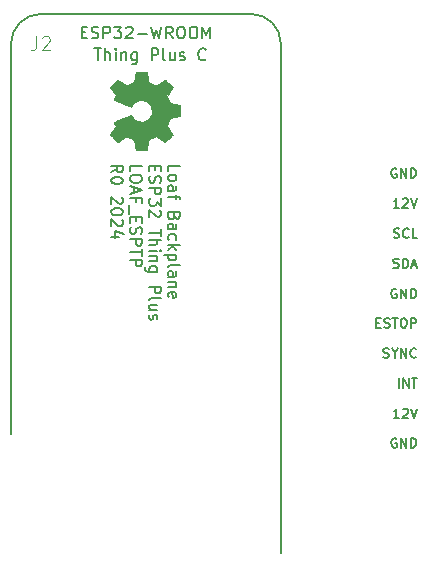
<source format=gbr>
%TF.GenerationSoftware,KiCad,Pcbnew,7.0.9*%
%TF.CreationDate,2024-07-24T20:02:15-04:00*%
%TF.ProjectId,BREAD_Loaf,42524541-445f-44c6-9f61-662e6b696361,rev?*%
%TF.SameCoordinates,PX2fdfdc0PY36746e0*%
%TF.FileFunction,Legend,Top*%
%TF.FilePolarity,Positive*%
%FSLAX46Y46*%
G04 Gerber Fmt 4.6, Leading zero omitted, Abs format (unit mm)*
G04 Created by KiCad (PCBNEW 7.0.9) date 2024-07-24 20:02:15*
%MOMM*%
%LPD*%
G01*
G04 APERTURE LIST*
%ADD10C,0.150000*%
%ADD11C,0.101600*%
%ADD12C,0.010000*%
%ADD13C,0.127000*%
G04 APERTURE END LIST*
D10*
X34158458Y-42443247D02*
X34425124Y-42443247D01*
X34539410Y-42862295D02*
X34158458Y-42862295D01*
X34158458Y-42862295D02*
X34158458Y-42062295D01*
X34158458Y-42062295D02*
X34539410Y-42062295D01*
X34844172Y-42824200D02*
X34958458Y-42862295D01*
X34958458Y-42862295D02*
X35148934Y-42862295D01*
X35148934Y-42862295D02*
X35225125Y-42824200D01*
X35225125Y-42824200D02*
X35263220Y-42786104D01*
X35263220Y-42786104D02*
X35301315Y-42709914D01*
X35301315Y-42709914D02*
X35301315Y-42633723D01*
X35301315Y-42633723D02*
X35263220Y-42557533D01*
X35263220Y-42557533D02*
X35225125Y-42519438D01*
X35225125Y-42519438D02*
X35148934Y-42481342D01*
X35148934Y-42481342D02*
X34996553Y-42443247D01*
X34996553Y-42443247D02*
X34920363Y-42405152D01*
X34920363Y-42405152D02*
X34882268Y-42367057D01*
X34882268Y-42367057D02*
X34844172Y-42290866D01*
X34844172Y-42290866D02*
X34844172Y-42214676D01*
X34844172Y-42214676D02*
X34882268Y-42138485D01*
X34882268Y-42138485D02*
X34920363Y-42100390D01*
X34920363Y-42100390D02*
X34996553Y-42062295D01*
X34996553Y-42062295D02*
X35187030Y-42062295D01*
X35187030Y-42062295D02*
X35301315Y-42100390D01*
X35529887Y-42062295D02*
X35987030Y-42062295D01*
X35758458Y-42862295D02*
X35758458Y-42062295D01*
X36406078Y-42062295D02*
X36558459Y-42062295D01*
X36558459Y-42062295D02*
X36634649Y-42100390D01*
X36634649Y-42100390D02*
X36710840Y-42176580D01*
X36710840Y-42176580D02*
X36748935Y-42328961D01*
X36748935Y-42328961D02*
X36748935Y-42595628D01*
X36748935Y-42595628D02*
X36710840Y-42748009D01*
X36710840Y-42748009D02*
X36634649Y-42824200D01*
X36634649Y-42824200D02*
X36558459Y-42862295D01*
X36558459Y-42862295D02*
X36406078Y-42862295D01*
X36406078Y-42862295D02*
X36329887Y-42824200D01*
X36329887Y-42824200D02*
X36253697Y-42748009D01*
X36253697Y-42748009D02*
X36215601Y-42595628D01*
X36215601Y-42595628D02*
X36215601Y-42328961D01*
X36215601Y-42328961D02*
X36253697Y-42176580D01*
X36253697Y-42176580D02*
X36329887Y-42100390D01*
X36329887Y-42100390D02*
X36406078Y-42062295D01*
X37091792Y-42862295D02*
X37091792Y-42062295D01*
X37091792Y-42062295D02*
X37396554Y-42062295D01*
X37396554Y-42062295D02*
X37472744Y-42100390D01*
X37472744Y-42100390D02*
X37510839Y-42138485D01*
X37510839Y-42138485D02*
X37548935Y-42214676D01*
X37548935Y-42214676D02*
X37548935Y-42328961D01*
X37548935Y-42328961D02*
X37510839Y-42405152D01*
X37510839Y-42405152D02*
X37472744Y-42443247D01*
X37472744Y-42443247D02*
X37396554Y-42481342D01*
X37396554Y-42481342D02*
X37091792Y-42481342D01*
X36101315Y-50512295D02*
X35644172Y-50512295D01*
X35872744Y-50512295D02*
X35872744Y-49712295D01*
X35872744Y-49712295D02*
X35796553Y-49826580D01*
X35796553Y-49826580D02*
X35720363Y-49902771D01*
X35720363Y-49902771D02*
X35644172Y-49940866D01*
X36406077Y-49788485D02*
X36444173Y-49750390D01*
X36444173Y-49750390D02*
X36520363Y-49712295D01*
X36520363Y-49712295D02*
X36710839Y-49712295D01*
X36710839Y-49712295D02*
X36787030Y-49750390D01*
X36787030Y-49750390D02*
X36825125Y-49788485D01*
X36825125Y-49788485D02*
X36863220Y-49864676D01*
X36863220Y-49864676D02*
X36863220Y-49940866D01*
X36863220Y-49940866D02*
X36825125Y-50055152D01*
X36825125Y-50055152D02*
X36367982Y-50512295D01*
X36367982Y-50512295D02*
X36863220Y-50512295D01*
X37091792Y-49712295D02*
X37358459Y-50512295D01*
X37358459Y-50512295D02*
X37625125Y-49712295D01*
X36101315Y-32712295D02*
X35644172Y-32712295D01*
X35872744Y-32712295D02*
X35872744Y-31912295D01*
X35872744Y-31912295D02*
X35796553Y-32026580D01*
X35796553Y-32026580D02*
X35720363Y-32102771D01*
X35720363Y-32102771D02*
X35644172Y-32140866D01*
X36406077Y-31988485D02*
X36444173Y-31950390D01*
X36444173Y-31950390D02*
X36520363Y-31912295D01*
X36520363Y-31912295D02*
X36710839Y-31912295D01*
X36710839Y-31912295D02*
X36787030Y-31950390D01*
X36787030Y-31950390D02*
X36825125Y-31988485D01*
X36825125Y-31988485D02*
X36863220Y-32064676D01*
X36863220Y-32064676D02*
X36863220Y-32140866D01*
X36863220Y-32140866D02*
X36825125Y-32255152D01*
X36825125Y-32255152D02*
X36367982Y-32712295D01*
X36367982Y-32712295D02*
X36863220Y-32712295D01*
X37091792Y-31912295D02*
X37358459Y-32712295D01*
X37358459Y-32712295D02*
X37625125Y-31912295D01*
X34767982Y-45374200D02*
X34882268Y-45412295D01*
X34882268Y-45412295D02*
X35072744Y-45412295D01*
X35072744Y-45412295D02*
X35148935Y-45374200D01*
X35148935Y-45374200D02*
X35187030Y-45336104D01*
X35187030Y-45336104D02*
X35225125Y-45259914D01*
X35225125Y-45259914D02*
X35225125Y-45183723D01*
X35225125Y-45183723D02*
X35187030Y-45107533D01*
X35187030Y-45107533D02*
X35148935Y-45069438D01*
X35148935Y-45069438D02*
X35072744Y-45031342D01*
X35072744Y-45031342D02*
X34920363Y-44993247D01*
X34920363Y-44993247D02*
X34844173Y-44955152D01*
X34844173Y-44955152D02*
X34806078Y-44917057D01*
X34806078Y-44917057D02*
X34767982Y-44840866D01*
X34767982Y-44840866D02*
X34767982Y-44764676D01*
X34767982Y-44764676D02*
X34806078Y-44688485D01*
X34806078Y-44688485D02*
X34844173Y-44650390D01*
X34844173Y-44650390D02*
X34920363Y-44612295D01*
X34920363Y-44612295D02*
X35110840Y-44612295D01*
X35110840Y-44612295D02*
X35225125Y-44650390D01*
X35720364Y-45031342D02*
X35720364Y-45412295D01*
X35453697Y-44612295D02*
X35720364Y-45031342D01*
X35720364Y-45031342D02*
X35987030Y-44612295D01*
X36253697Y-45412295D02*
X36253697Y-44612295D01*
X36253697Y-44612295D02*
X36710840Y-45412295D01*
X36710840Y-45412295D02*
X36710840Y-44612295D01*
X37548935Y-45336104D02*
X37510839Y-45374200D01*
X37510839Y-45374200D02*
X37396554Y-45412295D01*
X37396554Y-45412295D02*
X37320363Y-45412295D01*
X37320363Y-45412295D02*
X37206077Y-45374200D01*
X37206077Y-45374200D02*
X37129887Y-45298009D01*
X37129887Y-45298009D02*
X37091792Y-45221819D01*
X37091792Y-45221819D02*
X37053696Y-45069438D01*
X37053696Y-45069438D02*
X37053696Y-44955152D01*
X37053696Y-44955152D02*
X37091792Y-44802771D01*
X37091792Y-44802771D02*
X37129887Y-44726580D01*
X37129887Y-44726580D02*
X37206077Y-44650390D01*
X37206077Y-44650390D02*
X37320363Y-44612295D01*
X37320363Y-44612295D02*
X37396554Y-44612295D01*
X37396554Y-44612295D02*
X37510839Y-44650390D01*
X37510839Y-44650390D02*
X37548935Y-44688485D01*
X35872744Y-52250390D02*
X35796554Y-52212295D01*
X35796554Y-52212295D02*
X35682268Y-52212295D01*
X35682268Y-52212295D02*
X35567982Y-52250390D01*
X35567982Y-52250390D02*
X35491792Y-52326580D01*
X35491792Y-52326580D02*
X35453697Y-52402771D01*
X35453697Y-52402771D02*
X35415601Y-52555152D01*
X35415601Y-52555152D02*
X35415601Y-52669438D01*
X35415601Y-52669438D02*
X35453697Y-52821819D01*
X35453697Y-52821819D02*
X35491792Y-52898009D01*
X35491792Y-52898009D02*
X35567982Y-52974200D01*
X35567982Y-52974200D02*
X35682268Y-53012295D01*
X35682268Y-53012295D02*
X35758459Y-53012295D01*
X35758459Y-53012295D02*
X35872744Y-52974200D01*
X35872744Y-52974200D02*
X35910840Y-52936104D01*
X35910840Y-52936104D02*
X35910840Y-52669438D01*
X35910840Y-52669438D02*
X35758459Y-52669438D01*
X36253697Y-53012295D02*
X36253697Y-52212295D01*
X36253697Y-52212295D02*
X36710840Y-53012295D01*
X36710840Y-53012295D02*
X36710840Y-52212295D01*
X37091792Y-53012295D02*
X37091792Y-52212295D01*
X37091792Y-52212295D02*
X37282268Y-52212295D01*
X37282268Y-52212295D02*
X37396554Y-52250390D01*
X37396554Y-52250390D02*
X37472744Y-52326580D01*
X37472744Y-52326580D02*
X37510839Y-52402771D01*
X37510839Y-52402771D02*
X37548935Y-52555152D01*
X37548935Y-52555152D02*
X37548935Y-52669438D01*
X37548935Y-52669438D02*
X37510839Y-52821819D01*
X37510839Y-52821819D02*
X37472744Y-52898009D01*
X37472744Y-52898009D02*
X37396554Y-52974200D01*
X37396554Y-52974200D02*
X37282268Y-53012295D01*
X37282268Y-53012295D02*
X37091792Y-53012295D01*
X16546930Y-29628444D02*
X16546930Y-29152254D01*
X16546930Y-29152254D02*
X17546930Y-29152254D01*
X16546930Y-30104635D02*
X16594550Y-30009397D01*
X16594550Y-30009397D02*
X16642169Y-29961778D01*
X16642169Y-29961778D02*
X16737407Y-29914159D01*
X16737407Y-29914159D02*
X17023121Y-29914159D01*
X17023121Y-29914159D02*
X17118359Y-29961778D01*
X17118359Y-29961778D02*
X17165978Y-30009397D01*
X17165978Y-30009397D02*
X17213597Y-30104635D01*
X17213597Y-30104635D02*
X17213597Y-30247492D01*
X17213597Y-30247492D02*
X17165978Y-30342730D01*
X17165978Y-30342730D02*
X17118359Y-30390349D01*
X17118359Y-30390349D02*
X17023121Y-30437968D01*
X17023121Y-30437968D02*
X16737407Y-30437968D01*
X16737407Y-30437968D02*
X16642169Y-30390349D01*
X16642169Y-30390349D02*
X16594550Y-30342730D01*
X16594550Y-30342730D02*
X16546930Y-30247492D01*
X16546930Y-30247492D02*
X16546930Y-30104635D01*
X16546930Y-31295111D02*
X17070740Y-31295111D01*
X17070740Y-31295111D02*
X17165978Y-31247492D01*
X17165978Y-31247492D02*
X17213597Y-31152254D01*
X17213597Y-31152254D02*
X17213597Y-30961778D01*
X17213597Y-30961778D02*
X17165978Y-30866540D01*
X16594550Y-31295111D02*
X16546930Y-31199873D01*
X16546930Y-31199873D02*
X16546930Y-30961778D01*
X16546930Y-30961778D02*
X16594550Y-30866540D01*
X16594550Y-30866540D02*
X16689788Y-30818921D01*
X16689788Y-30818921D02*
X16785026Y-30818921D01*
X16785026Y-30818921D02*
X16880264Y-30866540D01*
X16880264Y-30866540D02*
X16927883Y-30961778D01*
X16927883Y-30961778D02*
X16927883Y-31199873D01*
X16927883Y-31199873D02*
X16975502Y-31295111D01*
X17213597Y-31628445D02*
X17213597Y-32009397D01*
X16546930Y-31771302D02*
X17404073Y-31771302D01*
X17404073Y-31771302D02*
X17499311Y-31818921D01*
X17499311Y-31818921D02*
X17546930Y-31914159D01*
X17546930Y-31914159D02*
X17546930Y-32009397D01*
X17070740Y-33437969D02*
X17023121Y-33580826D01*
X17023121Y-33580826D02*
X16975502Y-33628445D01*
X16975502Y-33628445D02*
X16880264Y-33676064D01*
X16880264Y-33676064D02*
X16737407Y-33676064D01*
X16737407Y-33676064D02*
X16642169Y-33628445D01*
X16642169Y-33628445D02*
X16594550Y-33580826D01*
X16594550Y-33580826D02*
X16546930Y-33485588D01*
X16546930Y-33485588D02*
X16546930Y-33104636D01*
X16546930Y-33104636D02*
X17546930Y-33104636D01*
X17546930Y-33104636D02*
X17546930Y-33437969D01*
X17546930Y-33437969D02*
X17499311Y-33533207D01*
X17499311Y-33533207D02*
X17451692Y-33580826D01*
X17451692Y-33580826D02*
X17356454Y-33628445D01*
X17356454Y-33628445D02*
X17261216Y-33628445D01*
X17261216Y-33628445D02*
X17165978Y-33580826D01*
X17165978Y-33580826D02*
X17118359Y-33533207D01*
X17118359Y-33533207D02*
X17070740Y-33437969D01*
X17070740Y-33437969D02*
X17070740Y-33104636D01*
X16546930Y-34533207D02*
X17070740Y-34533207D01*
X17070740Y-34533207D02*
X17165978Y-34485588D01*
X17165978Y-34485588D02*
X17213597Y-34390350D01*
X17213597Y-34390350D02*
X17213597Y-34199874D01*
X17213597Y-34199874D02*
X17165978Y-34104636D01*
X16594550Y-34533207D02*
X16546930Y-34437969D01*
X16546930Y-34437969D02*
X16546930Y-34199874D01*
X16546930Y-34199874D02*
X16594550Y-34104636D01*
X16594550Y-34104636D02*
X16689788Y-34057017D01*
X16689788Y-34057017D02*
X16785026Y-34057017D01*
X16785026Y-34057017D02*
X16880264Y-34104636D01*
X16880264Y-34104636D02*
X16927883Y-34199874D01*
X16927883Y-34199874D02*
X16927883Y-34437969D01*
X16927883Y-34437969D02*
X16975502Y-34533207D01*
X16594550Y-35437969D02*
X16546930Y-35342731D01*
X16546930Y-35342731D02*
X16546930Y-35152255D01*
X16546930Y-35152255D02*
X16594550Y-35057017D01*
X16594550Y-35057017D02*
X16642169Y-35009398D01*
X16642169Y-35009398D02*
X16737407Y-34961779D01*
X16737407Y-34961779D02*
X17023121Y-34961779D01*
X17023121Y-34961779D02*
X17118359Y-35009398D01*
X17118359Y-35009398D02*
X17165978Y-35057017D01*
X17165978Y-35057017D02*
X17213597Y-35152255D01*
X17213597Y-35152255D02*
X17213597Y-35342731D01*
X17213597Y-35342731D02*
X17165978Y-35437969D01*
X16546930Y-35866541D02*
X17546930Y-35866541D01*
X16927883Y-35961779D02*
X16546930Y-36247493D01*
X17213597Y-36247493D02*
X16832645Y-35866541D01*
X17213597Y-36676065D02*
X16213597Y-36676065D01*
X17165978Y-36676065D02*
X17213597Y-36771303D01*
X17213597Y-36771303D02*
X17213597Y-36961779D01*
X17213597Y-36961779D02*
X17165978Y-37057017D01*
X17165978Y-37057017D02*
X17118359Y-37104636D01*
X17118359Y-37104636D02*
X17023121Y-37152255D01*
X17023121Y-37152255D02*
X16737407Y-37152255D01*
X16737407Y-37152255D02*
X16642169Y-37104636D01*
X16642169Y-37104636D02*
X16594550Y-37057017D01*
X16594550Y-37057017D02*
X16546930Y-36961779D01*
X16546930Y-36961779D02*
X16546930Y-36771303D01*
X16546930Y-36771303D02*
X16594550Y-36676065D01*
X16546930Y-37723684D02*
X16594550Y-37628446D01*
X16594550Y-37628446D02*
X16689788Y-37580827D01*
X16689788Y-37580827D02*
X17546930Y-37580827D01*
X16546930Y-38533208D02*
X17070740Y-38533208D01*
X17070740Y-38533208D02*
X17165978Y-38485589D01*
X17165978Y-38485589D02*
X17213597Y-38390351D01*
X17213597Y-38390351D02*
X17213597Y-38199875D01*
X17213597Y-38199875D02*
X17165978Y-38104637D01*
X16594550Y-38533208D02*
X16546930Y-38437970D01*
X16546930Y-38437970D02*
X16546930Y-38199875D01*
X16546930Y-38199875D02*
X16594550Y-38104637D01*
X16594550Y-38104637D02*
X16689788Y-38057018D01*
X16689788Y-38057018D02*
X16785026Y-38057018D01*
X16785026Y-38057018D02*
X16880264Y-38104637D01*
X16880264Y-38104637D02*
X16927883Y-38199875D01*
X16927883Y-38199875D02*
X16927883Y-38437970D01*
X16927883Y-38437970D02*
X16975502Y-38533208D01*
X17213597Y-39009399D02*
X16546930Y-39009399D01*
X17118359Y-39009399D02*
X17165978Y-39057018D01*
X17165978Y-39057018D02*
X17213597Y-39152256D01*
X17213597Y-39152256D02*
X17213597Y-39295113D01*
X17213597Y-39295113D02*
X17165978Y-39390351D01*
X17165978Y-39390351D02*
X17070740Y-39437970D01*
X17070740Y-39437970D02*
X16546930Y-39437970D01*
X16594550Y-40295113D02*
X16546930Y-40199875D01*
X16546930Y-40199875D02*
X16546930Y-40009399D01*
X16546930Y-40009399D02*
X16594550Y-39914161D01*
X16594550Y-39914161D02*
X16689788Y-39866542D01*
X16689788Y-39866542D02*
X17070740Y-39866542D01*
X17070740Y-39866542D02*
X17165978Y-39914161D01*
X17165978Y-39914161D02*
X17213597Y-40009399D01*
X17213597Y-40009399D02*
X17213597Y-40199875D01*
X17213597Y-40199875D02*
X17165978Y-40295113D01*
X17165978Y-40295113D02*
X17070740Y-40342732D01*
X17070740Y-40342732D02*
X16975502Y-40342732D01*
X16975502Y-40342732D02*
X16880264Y-39866542D01*
X15460740Y-29152254D02*
X15460740Y-29485587D01*
X14936930Y-29628444D02*
X14936930Y-29152254D01*
X14936930Y-29152254D02*
X15936930Y-29152254D01*
X15936930Y-29152254D02*
X15936930Y-29628444D01*
X14984550Y-30009397D02*
X14936930Y-30152254D01*
X14936930Y-30152254D02*
X14936930Y-30390349D01*
X14936930Y-30390349D02*
X14984550Y-30485587D01*
X14984550Y-30485587D02*
X15032169Y-30533206D01*
X15032169Y-30533206D02*
X15127407Y-30580825D01*
X15127407Y-30580825D02*
X15222645Y-30580825D01*
X15222645Y-30580825D02*
X15317883Y-30533206D01*
X15317883Y-30533206D02*
X15365502Y-30485587D01*
X15365502Y-30485587D02*
X15413121Y-30390349D01*
X15413121Y-30390349D02*
X15460740Y-30199873D01*
X15460740Y-30199873D02*
X15508359Y-30104635D01*
X15508359Y-30104635D02*
X15555978Y-30057016D01*
X15555978Y-30057016D02*
X15651216Y-30009397D01*
X15651216Y-30009397D02*
X15746454Y-30009397D01*
X15746454Y-30009397D02*
X15841692Y-30057016D01*
X15841692Y-30057016D02*
X15889311Y-30104635D01*
X15889311Y-30104635D02*
X15936930Y-30199873D01*
X15936930Y-30199873D02*
X15936930Y-30437968D01*
X15936930Y-30437968D02*
X15889311Y-30580825D01*
X14936930Y-31009397D02*
X15936930Y-31009397D01*
X15936930Y-31009397D02*
X15936930Y-31390349D01*
X15936930Y-31390349D02*
X15889311Y-31485587D01*
X15889311Y-31485587D02*
X15841692Y-31533206D01*
X15841692Y-31533206D02*
X15746454Y-31580825D01*
X15746454Y-31580825D02*
X15603597Y-31580825D01*
X15603597Y-31580825D02*
X15508359Y-31533206D01*
X15508359Y-31533206D02*
X15460740Y-31485587D01*
X15460740Y-31485587D02*
X15413121Y-31390349D01*
X15413121Y-31390349D02*
X15413121Y-31009397D01*
X15936930Y-31914159D02*
X15936930Y-32533206D01*
X15936930Y-32533206D02*
X15555978Y-32199873D01*
X15555978Y-32199873D02*
X15555978Y-32342730D01*
X15555978Y-32342730D02*
X15508359Y-32437968D01*
X15508359Y-32437968D02*
X15460740Y-32485587D01*
X15460740Y-32485587D02*
X15365502Y-32533206D01*
X15365502Y-32533206D02*
X15127407Y-32533206D01*
X15127407Y-32533206D02*
X15032169Y-32485587D01*
X15032169Y-32485587D02*
X14984550Y-32437968D01*
X14984550Y-32437968D02*
X14936930Y-32342730D01*
X14936930Y-32342730D02*
X14936930Y-32057016D01*
X14936930Y-32057016D02*
X14984550Y-31961778D01*
X14984550Y-31961778D02*
X15032169Y-31914159D01*
X15841692Y-32914159D02*
X15889311Y-32961778D01*
X15889311Y-32961778D02*
X15936930Y-33057016D01*
X15936930Y-33057016D02*
X15936930Y-33295111D01*
X15936930Y-33295111D02*
X15889311Y-33390349D01*
X15889311Y-33390349D02*
X15841692Y-33437968D01*
X15841692Y-33437968D02*
X15746454Y-33485587D01*
X15746454Y-33485587D02*
X15651216Y-33485587D01*
X15651216Y-33485587D02*
X15508359Y-33437968D01*
X15508359Y-33437968D02*
X14936930Y-32866540D01*
X14936930Y-32866540D02*
X14936930Y-33485587D01*
X15936930Y-34533207D02*
X15936930Y-35104635D01*
X14936930Y-34818921D02*
X15936930Y-34818921D01*
X14936930Y-35437969D02*
X15936930Y-35437969D01*
X14936930Y-35866540D02*
X15460740Y-35866540D01*
X15460740Y-35866540D02*
X15555978Y-35818921D01*
X15555978Y-35818921D02*
X15603597Y-35723683D01*
X15603597Y-35723683D02*
X15603597Y-35580826D01*
X15603597Y-35580826D02*
X15555978Y-35485588D01*
X15555978Y-35485588D02*
X15508359Y-35437969D01*
X14936930Y-36342731D02*
X15603597Y-36342731D01*
X15936930Y-36342731D02*
X15889311Y-36295112D01*
X15889311Y-36295112D02*
X15841692Y-36342731D01*
X15841692Y-36342731D02*
X15889311Y-36390350D01*
X15889311Y-36390350D02*
X15936930Y-36342731D01*
X15936930Y-36342731D02*
X15841692Y-36342731D01*
X15603597Y-36818921D02*
X14936930Y-36818921D01*
X15508359Y-36818921D02*
X15555978Y-36866540D01*
X15555978Y-36866540D02*
X15603597Y-36961778D01*
X15603597Y-36961778D02*
X15603597Y-37104635D01*
X15603597Y-37104635D02*
X15555978Y-37199873D01*
X15555978Y-37199873D02*
X15460740Y-37247492D01*
X15460740Y-37247492D02*
X14936930Y-37247492D01*
X15603597Y-38152254D02*
X14794073Y-38152254D01*
X14794073Y-38152254D02*
X14698835Y-38104635D01*
X14698835Y-38104635D02*
X14651216Y-38057016D01*
X14651216Y-38057016D02*
X14603597Y-37961778D01*
X14603597Y-37961778D02*
X14603597Y-37818921D01*
X14603597Y-37818921D02*
X14651216Y-37723683D01*
X14984550Y-38152254D02*
X14936930Y-38057016D01*
X14936930Y-38057016D02*
X14936930Y-37866540D01*
X14936930Y-37866540D02*
X14984550Y-37771302D01*
X14984550Y-37771302D02*
X15032169Y-37723683D01*
X15032169Y-37723683D02*
X15127407Y-37676064D01*
X15127407Y-37676064D02*
X15413121Y-37676064D01*
X15413121Y-37676064D02*
X15508359Y-37723683D01*
X15508359Y-37723683D02*
X15555978Y-37771302D01*
X15555978Y-37771302D02*
X15603597Y-37866540D01*
X15603597Y-37866540D02*
X15603597Y-38057016D01*
X15603597Y-38057016D02*
X15555978Y-38152254D01*
X14936930Y-39390350D02*
X15936930Y-39390350D01*
X15936930Y-39390350D02*
X15936930Y-39771302D01*
X15936930Y-39771302D02*
X15889311Y-39866540D01*
X15889311Y-39866540D02*
X15841692Y-39914159D01*
X15841692Y-39914159D02*
X15746454Y-39961778D01*
X15746454Y-39961778D02*
X15603597Y-39961778D01*
X15603597Y-39961778D02*
X15508359Y-39914159D01*
X15508359Y-39914159D02*
X15460740Y-39866540D01*
X15460740Y-39866540D02*
X15413121Y-39771302D01*
X15413121Y-39771302D02*
X15413121Y-39390350D01*
X14936930Y-40533207D02*
X14984550Y-40437969D01*
X14984550Y-40437969D02*
X15079788Y-40390350D01*
X15079788Y-40390350D02*
X15936930Y-40390350D01*
X15603597Y-41342731D02*
X14936930Y-41342731D01*
X15603597Y-40914160D02*
X15079788Y-40914160D01*
X15079788Y-40914160D02*
X14984550Y-40961779D01*
X14984550Y-40961779D02*
X14936930Y-41057017D01*
X14936930Y-41057017D02*
X14936930Y-41199874D01*
X14936930Y-41199874D02*
X14984550Y-41295112D01*
X14984550Y-41295112D02*
X15032169Y-41342731D01*
X14984550Y-41771303D02*
X14936930Y-41866541D01*
X14936930Y-41866541D02*
X14936930Y-42057017D01*
X14936930Y-42057017D02*
X14984550Y-42152255D01*
X14984550Y-42152255D02*
X15079788Y-42199874D01*
X15079788Y-42199874D02*
X15127407Y-42199874D01*
X15127407Y-42199874D02*
X15222645Y-42152255D01*
X15222645Y-42152255D02*
X15270264Y-42057017D01*
X15270264Y-42057017D02*
X15270264Y-41914160D01*
X15270264Y-41914160D02*
X15317883Y-41818922D01*
X15317883Y-41818922D02*
X15413121Y-41771303D01*
X15413121Y-41771303D02*
X15460740Y-41771303D01*
X15460740Y-41771303D02*
X15555978Y-41818922D01*
X15555978Y-41818922D02*
X15603597Y-41914160D01*
X15603597Y-41914160D02*
X15603597Y-42057017D01*
X15603597Y-42057017D02*
X15555978Y-42152255D01*
X13326930Y-29628444D02*
X13326930Y-29152254D01*
X13326930Y-29152254D02*
X14326930Y-29152254D01*
X14326930Y-30152254D02*
X14326930Y-30342730D01*
X14326930Y-30342730D02*
X14279311Y-30437968D01*
X14279311Y-30437968D02*
X14184073Y-30533206D01*
X14184073Y-30533206D02*
X13993597Y-30580825D01*
X13993597Y-30580825D02*
X13660264Y-30580825D01*
X13660264Y-30580825D02*
X13469788Y-30533206D01*
X13469788Y-30533206D02*
X13374550Y-30437968D01*
X13374550Y-30437968D02*
X13326930Y-30342730D01*
X13326930Y-30342730D02*
X13326930Y-30152254D01*
X13326930Y-30152254D02*
X13374550Y-30057016D01*
X13374550Y-30057016D02*
X13469788Y-29961778D01*
X13469788Y-29961778D02*
X13660264Y-29914159D01*
X13660264Y-29914159D02*
X13993597Y-29914159D01*
X13993597Y-29914159D02*
X14184073Y-29961778D01*
X14184073Y-29961778D02*
X14279311Y-30057016D01*
X14279311Y-30057016D02*
X14326930Y-30152254D01*
X13612645Y-30961778D02*
X13612645Y-31437968D01*
X13326930Y-30866540D02*
X14326930Y-31199873D01*
X14326930Y-31199873D02*
X13326930Y-31533206D01*
X13850740Y-32199873D02*
X13850740Y-31866540D01*
X13326930Y-31866540D02*
X14326930Y-31866540D01*
X14326930Y-31866540D02*
X14326930Y-32342730D01*
X13231692Y-32485588D02*
X13231692Y-33247492D01*
X13850740Y-33485588D02*
X13850740Y-33818921D01*
X13326930Y-33961778D02*
X13326930Y-33485588D01*
X13326930Y-33485588D02*
X14326930Y-33485588D01*
X14326930Y-33485588D02*
X14326930Y-33961778D01*
X13374550Y-34342731D02*
X13326930Y-34485588D01*
X13326930Y-34485588D02*
X13326930Y-34723683D01*
X13326930Y-34723683D02*
X13374550Y-34818921D01*
X13374550Y-34818921D02*
X13422169Y-34866540D01*
X13422169Y-34866540D02*
X13517407Y-34914159D01*
X13517407Y-34914159D02*
X13612645Y-34914159D01*
X13612645Y-34914159D02*
X13707883Y-34866540D01*
X13707883Y-34866540D02*
X13755502Y-34818921D01*
X13755502Y-34818921D02*
X13803121Y-34723683D01*
X13803121Y-34723683D02*
X13850740Y-34533207D01*
X13850740Y-34533207D02*
X13898359Y-34437969D01*
X13898359Y-34437969D02*
X13945978Y-34390350D01*
X13945978Y-34390350D02*
X14041216Y-34342731D01*
X14041216Y-34342731D02*
X14136454Y-34342731D01*
X14136454Y-34342731D02*
X14231692Y-34390350D01*
X14231692Y-34390350D02*
X14279311Y-34437969D01*
X14279311Y-34437969D02*
X14326930Y-34533207D01*
X14326930Y-34533207D02*
X14326930Y-34771302D01*
X14326930Y-34771302D02*
X14279311Y-34914159D01*
X13326930Y-35342731D02*
X14326930Y-35342731D01*
X14326930Y-35342731D02*
X14326930Y-35723683D01*
X14326930Y-35723683D02*
X14279311Y-35818921D01*
X14279311Y-35818921D02*
X14231692Y-35866540D01*
X14231692Y-35866540D02*
X14136454Y-35914159D01*
X14136454Y-35914159D02*
X13993597Y-35914159D01*
X13993597Y-35914159D02*
X13898359Y-35866540D01*
X13898359Y-35866540D02*
X13850740Y-35818921D01*
X13850740Y-35818921D02*
X13803121Y-35723683D01*
X13803121Y-35723683D02*
X13803121Y-35342731D01*
X14326930Y-36199874D02*
X14326930Y-36771302D01*
X13326930Y-36485588D02*
X14326930Y-36485588D01*
X13326930Y-37104636D02*
X14326930Y-37104636D01*
X14326930Y-37104636D02*
X14326930Y-37485588D01*
X14326930Y-37485588D02*
X14279311Y-37580826D01*
X14279311Y-37580826D02*
X14231692Y-37628445D01*
X14231692Y-37628445D02*
X14136454Y-37676064D01*
X14136454Y-37676064D02*
X13993597Y-37676064D01*
X13993597Y-37676064D02*
X13898359Y-37628445D01*
X13898359Y-37628445D02*
X13850740Y-37580826D01*
X13850740Y-37580826D02*
X13803121Y-37485588D01*
X13803121Y-37485588D02*
X13803121Y-37104636D01*
X11716930Y-29723682D02*
X12193121Y-29390349D01*
X11716930Y-29152254D02*
X12716930Y-29152254D01*
X12716930Y-29152254D02*
X12716930Y-29533206D01*
X12716930Y-29533206D02*
X12669311Y-29628444D01*
X12669311Y-29628444D02*
X12621692Y-29676063D01*
X12621692Y-29676063D02*
X12526454Y-29723682D01*
X12526454Y-29723682D02*
X12383597Y-29723682D01*
X12383597Y-29723682D02*
X12288359Y-29676063D01*
X12288359Y-29676063D02*
X12240740Y-29628444D01*
X12240740Y-29628444D02*
X12193121Y-29533206D01*
X12193121Y-29533206D02*
X12193121Y-29152254D01*
X12716930Y-30342730D02*
X12716930Y-30437968D01*
X12716930Y-30437968D02*
X12669311Y-30533206D01*
X12669311Y-30533206D02*
X12621692Y-30580825D01*
X12621692Y-30580825D02*
X12526454Y-30628444D01*
X12526454Y-30628444D02*
X12335978Y-30676063D01*
X12335978Y-30676063D02*
X12097883Y-30676063D01*
X12097883Y-30676063D02*
X11907407Y-30628444D01*
X11907407Y-30628444D02*
X11812169Y-30580825D01*
X11812169Y-30580825D02*
X11764550Y-30533206D01*
X11764550Y-30533206D02*
X11716930Y-30437968D01*
X11716930Y-30437968D02*
X11716930Y-30342730D01*
X11716930Y-30342730D02*
X11764550Y-30247492D01*
X11764550Y-30247492D02*
X11812169Y-30199873D01*
X11812169Y-30199873D02*
X11907407Y-30152254D01*
X11907407Y-30152254D02*
X12097883Y-30104635D01*
X12097883Y-30104635D02*
X12335978Y-30104635D01*
X12335978Y-30104635D02*
X12526454Y-30152254D01*
X12526454Y-30152254D02*
X12621692Y-30199873D01*
X12621692Y-30199873D02*
X12669311Y-30247492D01*
X12669311Y-30247492D02*
X12716930Y-30342730D01*
X12621692Y-31818921D02*
X12669311Y-31866540D01*
X12669311Y-31866540D02*
X12716930Y-31961778D01*
X12716930Y-31961778D02*
X12716930Y-32199873D01*
X12716930Y-32199873D02*
X12669311Y-32295111D01*
X12669311Y-32295111D02*
X12621692Y-32342730D01*
X12621692Y-32342730D02*
X12526454Y-32390349D01*
X12526454Y-32390349D02*
X12431216Y-32390349D01*
X12431216Y-32390349D02*
X12288359Y-32342730D01*
X12288359Y-32342730D02*
X11716930Y-31771302D01*
X11716930Y-31771302D02*
X11716930Y-32390349D01*
X12716930Y-33009397D02*
X12716930Y-33104635D01*
X12716930Y-33104635D02*
X12669311Y-33199873D01*
X12669311Y-33199873D02*
X12621692Y-33247492D01*
X12621692Y-33247492D02*
X12526454Y-33295111D01*
X12526454Y-33295111D02*
X12335978Y-33342730D01*
X12335978Y-33342730D02*
X12097883Y-33342730D01*
X12097883Y-33342730D02*
X11907407Y-33295111D01*
X11907407Y-33295111D02*
X11812169Y-33247492D01*
X11812169Y-33247492D02*
X11764550Y-33199873D01*
X11764550Y-33199873D02*
X11716930Y-33104635D01*
X11716930Y-33104635D02*
X11716930Y-33009397D01*
X11716930Y-33009397D02*
X11764550Y-32914159D01*
X11764550Y-32914159D02*
X11812169Y-32866540D01*
X11812169Y-32866540D02*
X11907407Y-32818921D01*
X11907407Y-32818921D02*
X12097883Y-32771302D01*
X12097883Y-32771302D02*
X12335978Y-32771302D01*
X12335978Y-32771302D02*
X12526454Y-32818921D01*
X12526454Y-32818921D02*
X12621692Y-32866540D01*
X12621692Y-32866540D02*
X12669311Y-32914159D01*
X12669311Y-32914159D02*
X12716930Y-33009397D01*
X12621692Y-33723683D02*
X12669311Y-33771302D01*
X12669311Y-33771302D02*
X12716930Y-33866540D01*
X12716930Y-33866540D02*
X12716930Y-34104635D01*
X12716930Y-34104635D02*
X12669311Y-34199873D01*
X12669311Y-34199873D02*
X12621692Y-34247492D01*
X12621692Y-34247492D02*
X12526454Y-34295111D01*
X12526454Y-34295111D02*
X12431216Y-34295111D01*
X12431216Y-34295111D02*
X12288359Y-34247492D01*
X12288359Y-34247492D02*
X11716930Y-33676064D01*
X11716930Y-33676064D02*
X11716930Y-34295111D01*
X12383597Y-35152254D02*
X11716930Y-35152254D01*
X12764550Y-34914159D02*
X12050264Y-34676064D01*
X12050264Y-34676064D02*
X12050264Y-35295111D01*
X35872744Y-39600390D02*
X35796554Y-39562295D01*
X35796554Y-39562295D02*
X35682268Y-39562295D01*
X35682268Y-39562295D02*
X35567982Y-39600390D01*
X35567982Y-39600390D02*
X35491792Y-39676580D01*
X35491792Y-39676580D02*
X35453697Y-39752771D01*
X35453697Y-39752771D02*
X35415601Y-39905152D01*
X35415601Y-39905152D02*
X35415601Y-40019438D01*
X35415601Y-40019438D02*
X35453697Y-40171819D01*
X35453697Y-40171819D02*
X35491792Y-40248009D01*
X35491792Y-40248009D02*
X35567982Y-40324200D01*
X35567982Y-40324200D02*
X35682268Y-40362295D01*
X35682268Y-40362295D02*
X35758459Y-40362295D01*
X35758459Y-40362295D02*
X35872744Y-40324200D01*
X35872744Y-40324200D02*
X35910840Y-40286104D01*
X35910840Y-40286104D02*
X35910840Y-40019438D01*
X35910840Y-40019438D02*
X35758459Y-40019438D01*
X36253697Y-40362295D02*
X36253697Y-39562295D01*
X36253697Y-39562295D02*
X36710840Y-40362295D01*
X36710840Y-40362295D02*
X36710840Y-39562295D01*
X37091792Y-40362295D02*
X37091792Y-39562295D01*
X37091792Y-39562295D02*
X37282268Y-39562295D01*
X37282268Y-39562295D02*
X37396554Y-39600390D01*
X37396554Y-39600390D02*
X37472744Y-39676580D01*
X37472744Y-39676580D02*
X37510839Y-39752771D01*
X37510839Y-39752771D02*
X37548935Y-39905152D01*
X37548935Y-39905152D02*
X37548935Y-40019438D01*
X37548935Y-40019438D02*
X37510839Y-40171819D01*
X37510839Y-40171819D02*
X37472744Y-40248009D01*
X37472744Y-40248009D02*
X37396554Y-40324200D01*
X37396554Y-40324200D02*
X37282268Y-40362295D01*
X37282268Y-40362295D02*
X37091792Y-40362295D01*
X35606077Y-37774200D02*
X35720363Y-37812295D01*
X35720363Y-37812295D02*
X35910839Y-37812295D01*
X35910839Y-37812295D02*
X35987030Y-37774200D01*
X35987030Y-37774200D02*
X36025125Y-37736104D01*
X36025125Y-37736104D02*
X36063220Y-37659914D01*
X36063220Y-37659914D02*
X36063220Y-37583723D01*
X36063220Y-37583723D02*
X36025125Y-37507533D01*
X36025125Y-37507533D02*
X35987030Y-37469438D01*
X35987030Y-37469438D02*
X35910839Y-37431342D01*
X35910839Y-37431342D02*
X35758458Y-37393247D01*
X35758458Y-37393247D02*
X35682268Y-37355152D01*
X35682268Y-37355152D02*
X35644173Y-37317057D01*
X35644173Y-37317057D02*
X35606077Y-37240866D01*
X35606077Y-37240866D02*
X35606077Y-37164676D01*
X35606077Y-37164676D02*
X35644173Y-37088485D01*
X35644173Y-37088485D02*
X35682268Y-37050390D01*
X35682268Y-37050390D02*
X35758458Y-37012295D01*
X35758458Y-37012295D02*
X35948935Y-37012295D01*
X35948935Y-37012295D02*
X36063220Y-37050390D01*
X36406078Y-37812295D02*
X36406078Y-37012295D01*
X36406078Y-37012295D02*
X36596554Y-37012295D01*
X36596554Y-37012295D02*
X36710840Y-37050390D01*
X36710840Y-37050390D02*
X36787030Y-37126580D01*
X36787030Y-37126580D02*
X36825125Y-37202771D01*
X36825125Y-37202771D02*
X36863221Y-37355152D01*
X36863221Y-37355152D02*
X36863221Y-37469438D01*
X36863221Y-37469438D02*
X36825125Y-37621819D01*
X36825125Y-37621819D02*
X36787030Y-37698009D01*
X36787030Y-37698009D02*
X36710840Y-37774200D01*
X36710840Y-37774200D02*
X36596554Y-37812295D01*
X36596554Y-37812295D02*
X36406078Y-37812295D01*
X37167982Y-37583723D02*
X37548935Y-37583723D01*
X37091792Y-37812295D02*
X37358459Y-37012295D01*
X37358459Y-37012295D02*
X37625125Y-37812295D01*
X35644172Y-35224200D02*
X35758458Y-35262295D01*
X35758458Y-35262295D02*
X35948934Y-35262295D01*
X35948934Y-35262295D02*
X36025125Y-35224200D01*
X36025125Y-35224200D02*
X36063220Y-35186104D01*
X36063220Y-35186104D02*
X36101315Y-35109914D01*
X36101315Y-35109914D02*
X36101315Y-35033723D01*
X36101315Y-35033723D02*
X36063220Y-34957533D01*
X36063220Y-34957533D02*
X36025125Y-34919438D01*
X36025125Y-34919438D02*
X35948934Y-34881342D01*
X35948934Y-34881342D02*
X35796553Y-34843247D01*
X35796553Y-34843247D02*
X35720363Y-34805152D01*
X35720363Y-34805152D02*
X35682268Y-34767057D01*
X35682268Y-34767057D02*
X35644172Y-34690866D01*
X35644172Y-34690866D02*
X35644172Y-34614676D01*
X35644172Y-34614676D02*
X35682268Y-34538485D01*
X35682268Y-34538485D02*
X35720363Y-34500390D01*
X35720363Y-34500390D02*
X35796553Y-34462295D01*
X35796553Y-34462295D02*
X35987030Y-34462295D01*
X35987030Y-34462295D02*
X36101315Y-34500390D01*
X36901316Y-35186104D02*
X36863220Y-35224200D01*
X36863220Y-35224200D02*
X36748935Y-35262295D01*
X36748935Y-35262295D02*
X36672744Y-35262295D01*
X36672744Y-35262295D02*
X36558458Y-35224200D01*
X36558458Y-35224200D02*
X36482268Y-35148009D01*
X36482268Y-35148009D02*
X36444173Y-35071819D01*
X36444173Y-35071819D02*
X36406077Y-34919438D01*
X36406077Y-34919438D02*
X36406077Y-34805152D01*
X36406077Y-34805152D02*
X36444173Y-34652771D01*
X36444173Y-34652771D02*
X36482268Y-34576580D01*
X36482268Y-34576580D02*
X36558458Y-34500390D01*
X36558458Y-34500390D02*
X36672744Y-34462295D01*
X36672744Y-34462295D02*
X36748935Y-34462295D01*
X36748935Y-34462295D02*
X36863220Y-34500390D01*
X36863220Y-34500390D02*
X36901316Y-34538485D01*
X37625125Y-35262295D02*
X37244173Y-35262295D01*
X37244173Y-35262295D02*
X37244173Y-34462295D01*
X35872744Y-29400390D02*
X35796554Y-29362295D01*
X35796554Y-29362295D02*
X35682268Y-29362295D01*
X35682268Y-29362295D02*
X35567982Y-29400390D01*
X35567982Y-29400390D02*
X35491792Y-29476580D01*
X35491792Y-29476580D02*
X35453697Y-29552771D01*
X35453697Y-29552771D02*
X35415601Y-29705152D01*
X35415601Y-29705152D02*
X35415601Y-29819438D01*
X35415601Y-29819438D02*
X35453697Y-29971819D01*
X35453697Y-29971819D02*
X35491792Y-30048009D01*
X35491792Y-30048009D02*
X35567982Y-30124200D01*
X35567982Y-30124200D02*
X35682268Y-30162295D01*
X35682268Y-30162295D02*
X35758459Y-30162295D01*
X35758459Y-30162295D02*
X35872744Y-30124200D01*
X35872744Y-30124200D02*
X35910840Y-30086104D01*
X35910840Y-30086104D02*
X35910840Y-29819438D01*
X35910840Y-29819438D02*
X35758459Y-29819438D01*
X36253697Y-30162295D02*
X36253697Y-29362295D01*
X36253697Y-29362295D02*
X36710840Y-30162295D01*
X36710840Y-30162295D02*
X36710840Y-29362295D01*
X37091792Y-30162295D02*
X37091792Y-29362295D01*
X37091792Y-29362295D02*
X37282268Y-29362295D01*
X37282268Y-29362295D02*
X37396554Y-29400390D01*
X37396554Y-29400390D02*
X37472744Y-29476580D01*
X37472744Y-29476580D02*
X37510839Y-29552771D01*
X37510839Y-29552771D02*
X37548935Y-29705152D01*
X37548935Y-29705152D02*
X37548935Y-29819438D01*
X37548935Y-29819438D02*
X37510839Y-29971819D01*
X37510839Y-29971819D02*
X37472744Y-30048009D01*
X37472744Y-30048009D02*
X37396554Y-30124200D01*
X37396554Y-30124200D02*
X37282268Y-30162295D01*
X37282268Y-30162295D02*
X37091792Y-30162295D01*
X36063221Y-47962295D02*
X36063221Y-47162295D01*
X36444173Y-47962295D02*
X36444173Y-47162295D01*
X36444173Y-47162295D02*
X36901316Y-47962295D01*
X36901316Y-47962295D02*
X36901316Y-47162295D01*
X37167982Y-47162295D02*
X37625125Y-47162295D01*
X37396553Y-47962295D02*
X37396553Y-47162295D01*
D11*
X5380533Y-18206840D02*
X5380533Y-19041411D01*
X5380533Y-19041411D02*
X5324894Y-19208325D01*
X5324894Y-19208325D02*
X5213618Y-19319602D01*
X5213618Y-19319602D02*
X5046704Y-19375240D01*
X5046704Y-19375240D02*
X4935428Y-19375240D01*
X5881276Y-18318116D02*
X5936914Y-18262478D01*
X5936914Y-18262478D02*
X6048190Y-18206840D01*
X6048190Y-18206840D02*
X6326381Y-18206840D01*
X6326381Y-18206840D02*
X6437657Y-18262478D01*
X6437657Y-18262478D02*
X6493295Y-18318116D01*
X6493295Y-18318116D02*
X6548933Y-18429392D01*
X6548933Y-18429392D02*
X6548933Y-18540668D01*
X6548933Y-18540668D02*
X6493295Y-18707582D01*
X6493295Y-18707582D02*
X5825638Y-19375240D01*
X5825638Y-19375240D02*
X6548933Y-19375240D01*
D10*
X10279047Y-19224819D02*
X10850475Y-19224819D01*
X10564761Y-20224819D02*
X10564761Y-19224819D01*
X11183809Y-20224819D02*
X11183809Y-19224819D01*
X11612380Y-20224819D02*
X11612380Y-19701009D01*
X11612380Y-19701009D02*
X11564761Y-19605771D01*
X11564761Y-19605771D02*
X11469523Y-19558152D01*
X11469523Y-19558152D02*
X11326666Y-19558152D01*
X11326666Y-19558152D02*
X11231428Y-19605771D01*
X11231428Y-19605771D02*
X11183809Y-19653390D01*
X12088571Y-20224819D02*
X12088571Y-19558152D01*
X12088571Y-19224819D02*
X12040952Y-19272438D01*
X12040952Y-19272438D02*
X12088571Y-19320057D01*
X12088571Y-19320057D02*
X12136190Y-19272438D01*
X12136190Y-19272438D02*
X12088571Y-19224819D01*
X12088571Y-19224819D02*
X12088571Y-19320057D01*
X12564761Y-19558152D02*
X12564761Y-20224819D01*
X12564761Y-19653390D02*
X12612380Y-19605771D01*
X12612380Y-19605771D02*
X12707618Y-19558152D01*
X12707618Y-19558152D02*
X12850475Y-19558152D01*
X12850475Y-19558152D02*
X12945713Y-19605771D01*
X12945713Y-19605771D02*
X12993332Y-19701009D01*
X12993332Y-19701009D02*
X12993332Y-20224819D01*
X13898094Y-19558152D02*
X13898094Y-20367676D01*
X13898094Y-20367676D02*
X13850475Y-20462914D01*
X13850475Y-20462914D02*
X13802856Y-20510533D01*
X13802856Y-20510533D02*
X13707618Y-20558152D01*
X13707618Y-20558152D02*
X13564761Y-20558152D01*
X13564761Y-20558152D02*
X13469523Y-20510533D01*
X13898094Y-20177200D02*
X13802856Y-20224819D01*
X13802856Y-20224819D02*
X13612380Y-20224819D01*
X13612380Y-20224819D02*
X13517142Y-20177200D01*
X13517142Y-20177200D02*
X13469523Y-20129580D01*
X13469523Y-20129580D02*
X13421904Y-20034342D01*
X13421904Y-20034342D02*
X13421904Y-19748628D01*
X13421904Y-19748628D02*
X13469523Y-19653390D01*
X13469523Y-19653390D02*
X13517142Y-19605771D01*
X13517142Y-19605771D02*
X13612380Y-19558152D01*
X13612380Y-19558152D02*
X13802856Y-19558152D01*
X13802856Y-19558152D02*
X13898094Y-19605771D01*
X15136190Y-20224819D02*
X15136190Y-19224819D01*
X15136190Y-19224819D02*
X15517142Y-19224819D01*
X15517142Y-19224819D02*
X15612380Y-19272438D01*
X15612380Y-19272438D02*
X15659999Y-19320057D01*
X15659999Y-19320057D02*
X15707618Y-19415295D01*
X15707618Y-19415295D02*
X15707618Y-19558152D01*
X15707618Y-19558152D02*
X15659999Y-19653390D01*
X15659999Y-19653390D02*
X15612380Y-19701009D01*
X15612380Y-19701009D02*
X15517142Y-19748628D01*
X15517142Y-19748628D02*
X15136190Y-19748628D01*
X16279047Y-20224819D02*
X16183809Y-20177200D01*
X16183809Y-20177200D02*
X16136190Y-20081961D01*
X16136190Y-20081961D02*
X16136190Y-19224819D01*
X17088571Y-19558152D02*
X17088571Y-20224819D01*
X16660000Y-19558152D02*
X16660000Y-20081961D01*
X16660000Y-20081961D02*
X16707619Y-20177200D01*
X16707619Y-20177200D02*
X16802857Y-20224819D01*
X16802857Y-20224819D02*
X16945714Y-20224819D01*
X16945714Y-20224819D02*
X17040952Y-20177200D01*
X17040952Y-20177200D02*
X17088571Y-20129580D01*
X17517143Y-20177200D02*
X17612381Y-20224819D01*
X17612381Y-20224819D02*
X17802857Y-20224819D01*
X17802857Y-20224819D02*
X17898095Y-20177200D01*
X17898095Y-20177200D02*
X17945714Y-20081961D01*
X17945714Y-20081961D02*
X17945714Y-20034342D01*
X17945714Y-20034342D02*
X17898095Y-19939104D01*
X17898095Y-19939104D02*
X17802857Y-19891485D01*
X17802857Y-19891485D02*
X17660000Y-19891485D01*
X17660000Y-19891485D02*
X17564762Y-19843866D01*
X17564762Y-19843866D02*
X17517143Y-19748628D01*
X17517143Y-19748628D02*
X17517143Y-19701009D01*
X17517143Y-19701009D02*
X17564762Y-19605771D01*
X17564762Y-19605771D02*
X17660000Y-19558152D01*
X17660000Y-19558152D02*
X17802857Y-19558152D01*
X17802857Y-19558152D02*
X17898095Y-19605771D01*
X19707619Y-20129580D02*
X19660000Y-20177200D01*
X19660000Y-20177200D02*
X19517143Y-20224819D01*
X19517143Y-20224819D02*
X19421905Y-20224819D01*
X19421905Y-20224819D02*
X19279048Y-20177200D01*
X19279048Y-20177200D02*
X19183810Y-20081961D01*
X19183810Y-20081961D02*
X19136191Y-19986723D01*
X19136191Y-19986723D02*
X19088572Y-19796247D01*
X19088572Y-19796247D02*
X19088572Y-19653390D01*
X19088572Y-19653390D02*
X19136191Y-19462914D01*
X19136191Y-19462914D02*
X19183810Y-19367676D01*
X19183810Y-19367676D02*
X19279048Y-19272438D01*
X19279048Y-19272438D02*
X19421905Y-19224819D01*
X19421905Y-19224819D02*
X19517143Y-19224819D01*
X19517143Y-19224819D02*
X19660000Y-19272438D01*
X19660000Y-19272438D02*
X19707619Y-19320057D01*
X9207619Y-17851009D02*
X9540952Y-17851009D01*
X9683809Y-18374819D02*
X9207619Y-18374819D01*
X9207619Y-18374819D02*
X9207619Y-17374819D01*
X9207619Y-17374819D02*
X9683809Y-17374819D01*
X10064762Y-18327200D02*
X10207619Y-18374819D01*
X10207619Y-18374819D02*
X10445714Y-18374819D01*
X10445714Y-18374819D02*
X10540952Y-18327200D01*
X10540952Y-18327200D02*
X10588571Y-18279580D01*
X10588571Y-18279580D02*
X10636190Y-18184342D01*
X10636190Y-18184342D02*
X10636190Y-18089104D01*
X10636190Y-18089104D02*
X10588571Y-17993866D01*
X10588571Y-17993866D02*
X10540952Y-17946247D01*
X10540952Y-17946247D02*
X10445714Y-17898628D01*
X10445714Y-17898628D02*
X10255238Y-17851009D01*
X10255238Y-17851009D02*
X10160000Y-17803390D01*
X10160000Y-17803390D02*
X10112381Y-17755771D01*
X10112381Y-17755771D02*
X10064762Y-17660533D01*
X10064762Y-17660533D02*
X10064762Y-17565295D01*
X10064762Y-17565295D02*
X10112381Y-17470057D01*
X10112381Y-17470057D02*
X10160000Y-17422438D01*
X10160000Y-17422438D02*
X10255238Y-17374819D01*
X10255238Y-17374819D02*
X10493333Y-17374819D01*
X10493333Y-17374819D02*
X10636190Y-17422438D01*
X11064762Y-18374819D02*
X11064762Y-17374819D01*
X11064762Y-17374819D02*
X11445714Y-17374819D01*
X11445714Y-17374819D02*
X11540952Y-17422438D01*
X11540952Y-17422438D02*
X11588571Y-17470057D01*
X11588571Y-17470057D02*
X11636190Y-17565295D01*
X11636190Y-17565295D02*
X11636190Y-17708152D01*
X11636190Y-17708152D02*
X11588571Y-17803390D01*
X11588571Y-17803390D02*
X11540952Y-17851009D01*
X11540952Y-17851009D02*
X11445714Y-17898628D01*
X11445714Y-17898628D02*
X11064762Y-17898628D01*
X11969524Y-17374819D02*
X12588571Y-17374819D01*
X12588571Y-17374819D02*
X12255238Y-17755771D01*
X12255238Y-17755771D02*
X12398095Y-17755771D01*
X12398095Y-17755771D02*
X12493333Y-17803390D01*
X12493333Y-17803390D02*
X12540952Y-17851009D01*
X12540952Y-17851009D02*
X12588571Y-17946247D01*
X12588571Y-17946247D02*
X12588571Y-18184342D01*
X12588571Y-18184342D02*
X12540952Y-18279580D01*
X12540952Y-18279580D02*
X12493333Y-18327200D01*
X12493333Y-18327200D02*
X12398095Y-18374819D01*
X12398095Y-18374819D02*
X12112381Y-18374819D01*
X12112381Y-18374819D02*
X12017143Y-18327200D01*
X12017143Y-18327200D02*
X11969524Y-18279580D01*
X12969524Y-17470057D02*
X13017143Y-17422438D01*
X13017143Y-17422438D02*
X13112381Y-17374819D01*
X13112381Y-17374819D02*
X13350476Y-17374819D01*
X13350476Y-17374819D02*
X13445714Y-17422438D01*
X13445714Y-17422438D02*
X13493333Y-17470057D01*
X13493333Y-17470057D02*
X13540952Y-17565295D01*
X13540952Y-17565295D02*
X13540952Y-17660533D01*
X13540952Y-17660533D02*
X13493333Y-17803390D01*
X13493333Y-17803390D02*
X12921905Y-18374819D01*
X12921905Y-18374819D02*
X13540952Y-18374819D01*
X13969524Y-17993866D02*
X14731429Y-17993866D01*
X15112381Y-17374819D02*
X15350476Y-18374819D01*
X15350476Y-18374819D02*
X15540952Y-17660533D01*
X15540952Y-17660533D02*
X15731428Y-18374819D01*
X15731428Y-18374819D02*
X15969524Y-17374819D01*
X16921904Y-18374819D02*
X16588571Y-17898628D01*
X16350476Y-18374819D02*
X16350476Y-17374819D01*
X16350476Y-17374819D02*
X16731428Y-17374819D01*
X16731428Y-17374819D02*
X16826666Y-17422438D01*
X16826666Y-17422438D02*
X16874285Y-17470057D01*
X16874285Y-17470057D02*
X16921904Y-17565295D01*
X16921904Y-17565295D02*
X16921904Y-17708152D01*
X16921904Y-17708152D02*
X16874285Y-17803390D01*
X16874285Y-17803390D02*
X16826666Y-17851009D01*
X16826666Y-17851009D02*
X16731428Y-17898628D01*
X16731428Y-17898628D02*
X16350476Y-17898628D01*
X17540952Y-17374819D02*
X17731428Y-17374819D01*
X17731428Y-17374819D02*
X17826666Y-17422438D01*
X17826666Y-17422438D02*
X17921904Y-17517676D01*
X17921904Y-17517676D02*
X17969523Y-17708152D01*
X17969523Y-17708152D02*
X17969523Y-18041485D01*
X17969523Y-18041485D02*
X17921904Y-18231961D01*
X17921904Y-18231961D02*
X17826666Y-18327200D01*
X17826666Y-18327200D02*
X17731428Y-18374819D01*
X17731428Y-18374819D02*
X17540952Y-18374819D01*
X17540952Y-18374819D02*
X17445714Y-18327200D01*
X17445714Y-18327200D02*
X17350476Y-18231961D01*
X17350476Y-18231961D02*
X17302857Y-18041485D01*
X17302857Y-18041485D02*
X17302857Y-17708152D01*
X17302857Y-17708152D02*
X17350476Y-17517676D01*
X17350476Y-17517676D02*
X17445714Y-17422438D01*
X17445714Y-17422438D02*
X17540952Y-17374819D01*
X18588571Y-17374819D02*
X18779047Y-17374819D01*
X18779047Y-17374819D02*
X18874285Y-17422438D01*
X18874285Y-17422438D02*
X18969523Y-17517676D01*
X18969523Y-17517676D02*
X19017142Y-17708152D01*
X19017142Y-17708152D02*
X19017142Y-18041485D01*
X19017142Y-18041485D02*
X18969523Y-18231961D01*
X18969523Y-18231961D02*
X18874285Y-18327200D01*
X18874285Y-18327200D02*
X18779047Y-18374819D01*
X18779047Y-18374819D02*
X18588571Y-18374819D01*
X18588571Y-18374819D02*
X18493333Y-18327200D01*
X18493333Y-18327200D02*
X18398095Y-18231961D01*
X18398095Y-18231961D02*
X18350476Y-18041485D01*
X18350476Y-18041485D02*
X18350476Y-17708152D01*
X18350476Y-17708152D02*
X18398095Y-17517676D01*
X18398095Y-17517676D02*
X18493333Y-17422438D01*
X18493333Y-17422438D02*
X18588571Y-17374819D01*
X19445714Y-18374819D02*
X19445714Y-17374819D01*
X19445714Y-17374819D02*
X19779047Y-18089104D01*
X19779047Y-18089104D02*
X20112380Y-17374819D01*
X20112380Y-17374819D02*
X20112380Y-18374819D01*
%TO.C,Logo1*%
D12*
X14405717Y-21199023D02*
X14509316Y-21201618D01*
X14598477Y-21205754D01*
X14666773Y-21211437D01*
X14707779Y-21218669D01*
X14716171Y-21223029D01*
X14724637Y-21247302D01*
X14738410Y-21302574D01*
X14756295Y-21383338D01*
X14777097Y-21484088D01*
X14799622Y-21599317D01*
X14811427Y-21662098D01*
X14833694Y-21781213D01*
X14853866Y-21887435D01*
X14870930Y-21975573D01*
X14883876Y-22040434D01*
X14891690Y-22076826D01*
X14893423Y-22082816D01*
X14912955Y-22092939D01*
X14960002Y-22114338D01*
X15027842Y-22144161D01*
X15109754Y-22179555D01*
X15199017Y-22217668D01*
X15288910Y-22255647D01*
X15372710Y-22290640D01*
X15443698Y-22319794D01*
X15495151Y-22340257D01*
X15520348Y-22349177D01*
X15521449Y-22349343D01*
X15541326Y-22339231D01*
X15587068Y-22310883D01*
X15654128Y-22267277D01*
X15737961Y-22211394D01*
X15834019Y-22146213D01*
X15889195Y-22108321D01*
X15990364Y-22039275D01*
X16082215Y-21977950D01*
X16160101Y-21927337D01*
X16219376Y-21890429D01*
X16255394Y-21870218D01*
X16263468Y-21867299D01*
X16282261Y-21879847D01*
X16322388Y-21914537D01*
X16379352Y-21966937D01*
X16448660Y-22032616D01*
X16525814Y-22107144D01*
X16606320Y-22186087D01*
X16685682Y-22265017D01*
X16759405Y-22339500D01*
X16822993Y-22405106D01*
X16871951Y-22457404D01*
X16901784Y-22491961D01*
X16908903Y-22503522D01*
X16898892Y-22522346D01*
X16870767Y-22567369D01*
X16827391Y-22634213D01*
X16771627Y-22718501D01*
X16706339Y-22815856D01*
X16656599Y-22889293D01*
X16404294Y-23260333D01*
X16659290Y-23878905D01*
X17103914Y-23962725D01*
X17548538Y-24046546D01*
X17548538Y-24971994D01*
X17103914Y-25055814D01*
X16659290Y-25139635D01*
X16531792Y-25448920D01*
X16404294Y-25758206D01*
X16656599Y-26129246D01*
X16726849Y-26233157D01*
X16789573Y-26327087D01*
X16841907Y-26406652D01*
X16880988Y-26467470D01*
X16903952Y-26505157D01*
X16908903Y-26515421D01*
X16896169Y-26533910D01*
X16860963Y-26573420D01*
X16807783Y-26629522D01*
X16741127Y-26697787D01*
X16665491Y-26773786D01*
X16585373Y-26853092D01*
X16505271Y-26931275D01*
X16429681Y-27003907D01*
X16363100Y-27066559D01*
X16310027Y-27114803D01*
X16274958Y-27144210D01*
X16263222Y-27151241D01*
X16241585Y-27141123D01*
X16194183Y-27112759D01*
X16125652Y-27069129D01*
X16040630Y-27013218D01*
X15943752Y-26948006D01*
X15888495Y-26910219D01*
X15787597Y-26841343D01*
X15696546Y-26780140D01*
X15619875Y-26729578D01*
X15562117Y-26692628D01*
X15527802Y-26672258D01*
X15520591Y-26669197D01*
X15500097Y-26676136D01*
X15452332Y-26695051D01*
X15384013Y-26723087D01*
X15301856Y-26757391D01*
X15212575Y-26795109D01*
X15122887Y-26833387D01*
X15039507Y-26869370D01*
X14969151Y-26900206D01*
X14918535Y-26923039D01*
X14894374Y-26935017D01*
X14893423Y-26935724D01*
X14888809Y-26954531D01*
X14878517Y-27004618D01*
X14863558Y-27080793D01*
X14844944Y-27177865D01*
X14823686Y-27290643D01*
X14811427Y-27356442D01*
X14788483Y-27476950D01*
X14766650Y-27585797D01*
X14747123Y-27677476D01*
X14731097Y-27746481D01*
X14719766Y-27787304D01*
X14716171Y-27795511D01*
X14691839Y-27803548D01*
X14636886Y-27810033D01*
X14557737Y-27814970D01*
X14460819Y-27818364D01*
X14352558Y-27820218D01*
X14239380Y-27820538D01*
X14127710Y-27819327D01*
X14023977Y-27816590D01*
X13934604Y-27812331D01*
X13866019Y-27806555D01*
X13824648Y-27799267D01*
X13816035Y-27794895D01*
X13805712Y-27768764D01*
X13790953Y-27713393D01*
X13773493Y-27636107D01*
X13755065Y-27544230D01*
X13749104Y-27512158D01*
X13720779Y-27357524D01*
X13697969Y-27235375D01*
X13679765Y-27141673D01*
X13665262Y-27072384D01*
X13653553Y-27023471D01*
X13643730Y-26990897D01*
X13634889Y-26970628D01*
X13626121Y-26958626D01*
X13624388Y-26956947D01*
X13596474Y-26940184D01*
X13542150Y-26914614D01*
X13468068Y-26882788D01*
X13380880Y-26847260D01*
X13287237Y-26810583D01*
X13193793Y-26775311D01*
X13107198Y-26743996D01*
X13034105Y-26719193D01*
X12981167Y-26703454D01*
X12955034Y-26699332D01*
X12954119Y-26699676D01*
X12932759Y-26713641D01*
X12885761Y-26745322D01*
X12818018Y-26791391D01*
X12734422Y-26848518D01*
X12639863Y-26913373D01*
X12612991Y-26931843D01*
X12515570Y-26997699D01*
X12426682Y-27055650D01*
X12351433Y-27102538D01*
X12294925Y-27135207D01*
X12262264Y-27150500D01*
X12258252Y-27151241D01*
X12237161Y-27138392D01*
X12195381Y-27102888D01*
X12137400Y-27049293D01*
X12067710Y-26982171D01*
X11990800Y-26906087D01*
X11911162Y-26825604D01*
X11833284Y-26745287D01*
X11761659Y-26669699D01*
X11700775Y-26603405D01*
X11655124Y-26550969D01*
X11629195Y-26516955D01*
X11624962Y-26507545D01*
X11634933Y-26485643D01*
X11661825Y-26440800D01*
X11701109Y-26380321D01*
X11732728Y-26333789D01*
X11790747Y-26249475D01*
X11859061Y-26149626D01*
X11927266Y-26049473D01*
X11963770Y-25995627D01*
X12087045Y-25813371D01*
X12004325Y-25660381D01*
X11968086Y-25590682D01*
X11939919Y-25531414D01*
X11923854Y-25491311D01*
X11921619Y-25481103D01*
X11938123Y-25468829D01*
X11984763Y-25444613D01*
X12057236Y-25410263D01*
X12151239Y-25367588D01*
X12262471Y-25318394D01*
X12386630Y-25264490D01*
X12519413Y-25207684D01*
X12656518Y-25149782D01*
X12793643Y-25092593D01*
X12926487Y-25037924D01*
X13050747Y-24987584D01*
X13162120Y-24943380D01*
X13256306Y-24907119D01*
X13329001Y-24880609D01*
X13375904Y-24865658D01*
X13392012Y-24863254D01*
X13412559Y-24882311D01*
X13445912Y-24924036D01*
X13485143Y-24979706D01*
X13488246Y-24984378D01*
X13603422Y-25128264D01*
X13737792Y-25244283D01*
X13887061Y-25331430D01*
X14046932Y-25388699D01*
X14213108Y-25415086D01*
X14381293Y-25409585D01*
X14547190Y-25371190D01*
X14706503Y-25298895D01*
X14741358Y-25277626D01*
X14882108Y-25166996D01*
X14995131Y-25036302D01*
X15079842Y-24890064D01*
X15135651Y-24732808D01*
X15161971Y-24569057D01*
X15158215Y-24403333D01*
X15123795Y-24240162D01*
X15058122Y-24084065D01*
X14960610Y-23939567D01*
X14921032Y-23894869D01*
X14797142Y-23781112D01*
X14666721Y-23698218D01*
X14520530Y-23641356D01*
X14375757Y-23609687D01*
X14212985Y-23601869D01*
X14049405Y-23627938D01*
X13890547Y-23685245D01*
X13741939Y-23771144D01*
X13609110Y-23882986D01*
X13497589Y-24018123D01*
X13485834Y-24035883D01*
X13447337Y-24092150D01*
X13413982Y-24134923D01*
X13392685Y-24155372D01*
X13392012Y-24155669D01*
X13368974Y-24151279D01*
X13316688Y-24133876D01*
X13239455Y-24105268D01*
X13141577Y-24067265D01*
X13027354Y-24021674D01*
X12901087Y-23970303D01*
X12767078Y-23914962D01*
X12629627Y-23857458D01*
X12493037Y-23799601D01*
X12361608Y-23743198D01*
X12239640Y-23690058D01*
X12131436Y-23641990D01*
X12041296Y-23600801D01*
X11973522Y-23568301D01*
X11932415Y-23546297D01*
X11921619Y-23537436D01*
X11930026Y-23510360D01*
X11952573Y-23459697D01*
X11985232Y-23394183D01*
X12004325Y-23358159D01*
X12087045Y-23205168D01*
X11963770Y-23022912D01*
X11900617Y-22929875D01*
X11831118Y-22828015D01*
X11765680Y-22732562D01*
X11732728Y-22684750D01*
X11687572Y-22617505D01*
X11651788Y-22560564D01*
X11629907Y-22521354D01*
X11625282Y-22508619D01*
X11637760Y-22490083D01*
X11672593Y-22449059D01*
X11726167Y-22389525D01*
X11794862Y-22315458D01*
X11875064Y-22230835D01*
X11926559Y-22177315D01*
X12018559Y-22083681D01*
X12100846Y-22002759D01*
X12169900Y-21937823D01*
X12222201Y-21892142D01*
X12254229Y-21868989D01*
X12260729Y-21866768D01*
X12285451Y-21877076D01*
X12335440Y-21905561D01*
X12405633Y-21949063D01*
X12490970Y-22004423D01*
X12586389Y-22068480D01*
X12612991Y-22086697D01*
X12709678Y-22153073D01*
X12796728Y-22212622D01*
X12869250Y-22262016D01*
X12922352Y-22297925D01*
X12951142Y-22317019D01*
X12954119Y-22318864D01*
X12977063Y-22316105D01*
X13027509Y-22301462D01*
X13098804Y-22277487D01*
X13184298Y-22246734D01*
X13277338Y-22211756D01*
X13371271Y-22175107D01*
X13459446Y-22139339D01*
X13535211Y-22107006D01*
X13591914Y-22080662D01*
X13622902Y-22062858D01*
X13624388Y-22061593D01*
X13633244Y-22050706D01*
X13642002Y-22032318D01*
X13651568Y-22002394D01*
X13662849Y-21956897D01*
X13676752Y-21891791D01*
X13694182Y-21803039D01*
X13716047Y-21686607D01*
X13743254Y-21538458D01*
X13749104Y-21506382D01*
X13767471Y-21411314D01*
X13785440Y-21328435D01*
X13801276Y-21265070D01*
X13813245Y-21228542D01*
X13816035Y-21223644D01*
X13840773Y-21215573D01*
X13896055Y-21209013D01*
X13975456Y-21203967D01*
X14072549Y-21200441D01*
X14180907Y-21198439D01*
X14294105Y-21197964D01*
X14405717Y-21199023D01*
G36*
X14405717Y-21199023D02*
G01*
X14509316Y-21201618D01*
X14598477Y-21205754D01*
X14666773Y-21211437D01*
X14707779Y-21218669D01*
X14716171Y-21223029D01*
X14724637Y-21247302D01*
X14738410Y-21302574D01*
X14756295Y-21383338D01*
X14777097Y-21484088D01*
X14799622Y-21599317D01*
X14811427Y-21662098D01*
X14833694Y-21781213D01*
X14853866Y-21887435D01*
X14870930Y-21975573D01*
X14883876Y-22040434D01*
X14891690Y-22076826D01*
X14893423Y-22082816D01*
X14912955Y-22092939D01*
X14960002Y-22114338D01*
X15027842Y-22144161D01*
X15109754Y-22179555D01*
X15199017Y-22217668D01*
X15288910Y-22255647D01*
X15372710Y-22290640D01*
X15443698Y-22319794D01*
X15495151Y-22340257D01*
X15520348Y-22349177D01*
X15521449Y-22349343D01*
X15541326Y-22339231D01*
X15587068Y-22310883D01*
X15654128Y-22267277D01*
X15737961Y-22211394D01*
X15834019Y-22146213D01*
X15889195Y-22108321D01*
X15990364Y-22039275D01*
X16082215Y-21977950D01*
X16160101Y-21927337D01*
X16219376Y-21890429D01*
X16255394Y-21870218D01*
X16263468Y-21867299D01*
X16282261Y-21879847D01*
X16322388Y-21914537D01*
X16379352Y-21966937D01*
X16448660Y-22032616D01*
X16525814Y-22107144D01*
X16606320Y-22186087D01*
X16685682Y-22265017D01*
X16759405Y-22339500D01*
X16822993Y-22405106D01*
X16871951Y-22457404D01*
X16901784Y-22491961D01*
X16908903Y-22503522D01*
X16898892Y-22522346D01*
X16870767Y-22567369D01*
X16827391Y-22634213D01*
X16771627Y-22718501D01*
X16706339Y-22815856D01*
X16656599Y-22889293D01*
X16404294Y-23260333D01*
X16659290Y-23878905D01*
X17103914Y-23962725D01*
X17548538Y-24046546D01*
X17548538Y-24971994D01*
X17103914Y-25055814D01*
X16659290Y-25139635D01*
X16531792Y-25448920D01*
X16404294Y-25758206D01*
X16656599Y-26129246D01*
X16726849Y-26233157D01*
X16789573Y-26327087D01*
X16841907Y-26406652D01*
X16880988Y-26467470D01*
X16903952Y-26505157D01*
X16908903Y-26515421D01*
X16896169Y-26533910D01*
X16860963Y-26573420D01*
X16807783Y-26629522D01*
X16741127Y-26697787D01*
X16665491Y-26773786D01*
X16585373Y-26853092D01*
X16505271Y-26931275D01*
X16429681Y-27003907D01*
X16363100Y-27066559D01*
X16310027Y-27114803D01*
X16274958Y-27144210D01*
X16263222Y-27151241D01*
X16241585Y-27141123D01*
X16194183Y-27112759D01*
X16125652Y-27069129D01*
X16040630Y-27013218D01*
X15943752Y-26948006D01*
X15888495Y-26910219D01*
X15787597Y-26841343D01*
X15696546Y-26780140D01*
X15619875Y-26729578D01*
X15562117Y-26692628D01*
X15527802Y-26672258D01*
X15520591Y-26669197D01*
X15500097Y-26676136D01*
X15452332Y-26695051D01*
X15384013Y-26723087D01*
X15301856Y-26757391D01*
X15212575Y-26795109D01*
X15122887Y-26833387D01*
X15039507Y-26869370D01*
X14969151Y-26900206D01*
X14918535Y-26923039D01*
X14894374Y-26935017D01*
X14893423Y-26935724D01*
X14888809Y-26954531D01*
X14878517Y-27004618D01*
X14863558Y-27080793D01*
X14844944Y-27177865D01*
X14823686Y-27290643D01*
X14811427Y-27356442D01*
X14788483Y-27476950D01*
X14766650Y-27585797D01*
X14747123Y-27677476D01*
X14731097Y-27746481D01*
X14719766Y-27787304D01*
X14716171Y-27795511D01*
X14691839Y-27803548D01*
X14636886Y-27810033D01*
X14557737Y-27814970D01*
X14460819Y-27818364D01*
X14352558Y-27820218D01*
X14239380Y-27820538D01*
X14127710Y-27819327D01*
X14023977Y-27816590D01*
X13934604Y-27812331D01*
X13866019Y-27806555D01*
X13824648Y-27799267D01*
X13816035Y-27794895D01*
X13805712Y-27768764D01*
X13790953Y-27713393D01*
X13773493Y-27636107D01*
X13755065Y-27544230D01*
X13749104Y-27512158D01*
X13720779Y-27357524D01*
X13697969Y-27235375D01*
X13679765Y-27141673D01*
X13665262Y-27072384D01*
X13653553Y-27023471D01*
X13643730Y-26990897D01*
X13634889Y-26970628D01*
X13626121Y-26958626D01*
X13624388Y-26956947D01*
X13596474Y-26940184D01*
X13542150Y-26914614D01*
X13468068Y-26882788D01*
X13380880Y-26847260D01*
X13287237Y-26810583D01*
X13193793Y-26775311D01*
X13107198Y-26743996D01*
X13034105Y-26719193D01*
X12981167Y-26703454D01*
X12955034Y-26699332D01*
X12954119Y-26699676D01*
X12932759Y-26713641D01*
X12885761Y-26745322D01*
X12818018Y-26791391D01*
X12734422Y-26848518D01*
X12639863Y-26913373D01*
X12612991Y-26931843D01*
X12515570Y-26997699D01*
X12426682Y-27055650D01*
X12351433Y-27102538D01*
X12294925Y-27135207D01*
X12262264Y-27150500D01*
X12258252Y-27151241D01*
X12237161Y-27138392D01*
X12195381Y-27102888D01*
X12137400Y-27049293D01*
X12067710Y-26982171D01*
X11990800Y-26906087D01*
X11911162Y-26825604D01*
X11833284Y-26745287D01*
X11761659Y-26669699D01*
X11700775Y-26603405D01*
X11655124Y-26550969D01*
X11629195Y-26516955D01*
X11624962Y-26507545D01*
X11634933Y-26485643D01*
X11661825Y-26440800D01*
X11701109Y-26380321D01*
X11732728Y-26333789D01*
X11790747Y-26249475D01*
X11859061Y-26149626D01*
X11927266Y-26049473D01*
X11963770Y-25995627D01*
X12087045Y-25813371D01*
X12004325Y-25660381D01*
X11968086Y-25590682D01*
X11939919Y-25531414D01*
X11923854Y-25491311D01*
X11921619Y-25481103D01*
X11938123Y-25468829D01*
X11984763Y-25444613D01*
X12057236Y-25410263D01*
X12151239Y-25367588D01*
X12262471Y-25318394D01*
X12386630Y-25264490D01*
X12519413Y-25207684D01*
X12656518Y-25149782D01*
X12793643Y-25092593D01*
X12926487Y-25037924D01*
X13050747Y-24987584D01*
X13162120Y-24943380D01*
X13256306Y-24907119D01*
X13329001Y-24880609D01*
X13375904Y-24865658D01*
X13392012Y-24863254D01*
X13412559Y-24882311D01*
X13445912Y-24924036D01*
X13485143Y-24979706D01*
X13488246Y-24984378D01*
X13603422Y-25128264D01*
X13737792Y-25244283D01*
X13887061Y-25331430D01*
X14046932Y-25388699D01*
X14213108Y-25415086D01*
X14381293Y-25409585D01*
X14547190Y-25371190D01*
X14706503Y-25298895D01*
X14741358Y-25277626D01*
X14882108Y-25166996D01*
X14995131Y-25036302D01*
X15079842Y-24890064D01*
X15135651Y-24732808D01*
X15161971Y-24569057D01*
X15158215Y-24403333D01*
X15123795Y-24240162D01*
X15058122Y-24084065D01*
X14960610Y-23939567D01*
X14921032Y-23894869D01*
X14797142Y-23781112D01*
X14666721Y-23698218D01*
X14520530Y-23641356D01*
X14375757Y-23609687D01*
X14212985Y-23601869D01*
X14049405Y-23627938D01*
X13890547Y-23685245D01*
X13741939Y-23771144D01*
X13609110Y-23882986D01*
X13497589Y-24018123D01*
X13485834Y-24035883D01*
X13447337Y-24092150D01*
X13413982Y-24134923D01*
X13392685Y-24155372D01*
X13392012Y-24155669D01*
X13368974Y-24151279D01*
X13316688Y-24133876D01*
X13239455Y-24105268D01*
X13141577Y-24067265D01*
X13027354Y-24021674D01*
X12901087Y-23970303D01*
X12767078Y-23914962D01*
X12629627Y-23857458D01*
X12493037Y-23799601D01*
X12361608Y-23743198D01*
X12239640Y-23690058D01*
X12131436Y-23641990D01*
X12041296Y-23600801D01*
X11973522Y-23568301D01*
X11932415Y-23546297D01*
X11921619Y-23537436D01*
X11930026Y-23510360D01*
X11952573Y-23459697D01*
X11985232Y-23394183D01*
X12004325Y-23358159D01*
X12087045Y-23205168D01*
X11963770Y-23022912D01*
X11900617Y-22929875D01*
X11831118Y-22828015D01*
X11765680Y-22732562D01*
X11732728Y-22684750D01*
X11687572Y-22617505D01*
X11651788Y-22560564D01*
X11629907Y-22521354D01*
X11625282Y-22508619D01*
X11637760Y-22490083D01*
X11672593Y-22449059D01*
X11726167Y-22389525D01*
X11794862Y-22315458D01*
X11875064Y-22230835D01*
X11926559Y-22177315D01*
X12018559Y-22083681D01*
X12100846Y-22002759D01*
X12169900Y-21937823D01*
X12222201Y-21892142D01*
X12254229Y-21868989D01*
X12260729Y-21866768D01*
X12285451Y-21877076D01*
X12335440Y-21905561D01*
X12405633Y-21949063D01*
X12490970Y-22004423D01*
X12586389Y-22068480D01*
X12612991Y-22086697D01*
X12709678Y-22153073D01*
X12796728Y-22212622D01*
X12869250Y-22262016D01*
X12922352Y-22297925D01*
X12951142Y-22317019D01*
X12954119Y-22318864D01*
X12977063Y-22316105D01*
X13027509Y-22301462D01*
X13098804Y-22277487D01*
X13184298Y-22246734D01*
X13277338Y-22211756D01*
X13371271Y-22175107D01*
X13459446Y-22139339D01*
X13535211Y-22107006D01*
X13591914Y-22080662D01*
X13622902Y-22062858D01*
X13624388Y-22061593D01*
X13633244Y-22050706D01*
X13642002Y-22032318D01*
X13651568Y-22002394D01*
X13662849Y-21956897D01*
X13676752Y-21891791D01*
X13694182Y-21803039D01*
X13716047Y-21686607D01*
X13743254Y-21538458D01*
X13749104Y-21506382D01*
X13767471Y-21411314D01*
X13785440Y-21328435D01*
X13801276Y-21265070D01*
X13813245Y-21228542D01*
X13816035Y-21223644D01*
X13840773Y-21215573D01*
X13896055Y-21209013D01*
X13975456Y-21203967D01*
X14072549Y-21200441D01*
X14180907Y-21198439D01*
X14294105Y-21197964D01*
X14405717Y-21199023D01*
G37*
D13*
%TO.C,J2*%
X26090000Y-18840000D02*
G75*
G03*
X23550000Y-16300000I-2540000J0D01*
G01*
X5770000Y-16300000D02*
G75*
G03*
X3230000Y-18840000I0J-2540000D01*
G01*
X26090000Y-18840000D02*
X26130000Y-61920000D01*
X5770000Y-16300000D02*
X23550000Y-16300000D01*
X3230000Y-51870000D02*
X3230000Y-18840000D01*
%TD*%
M02*

</source>
